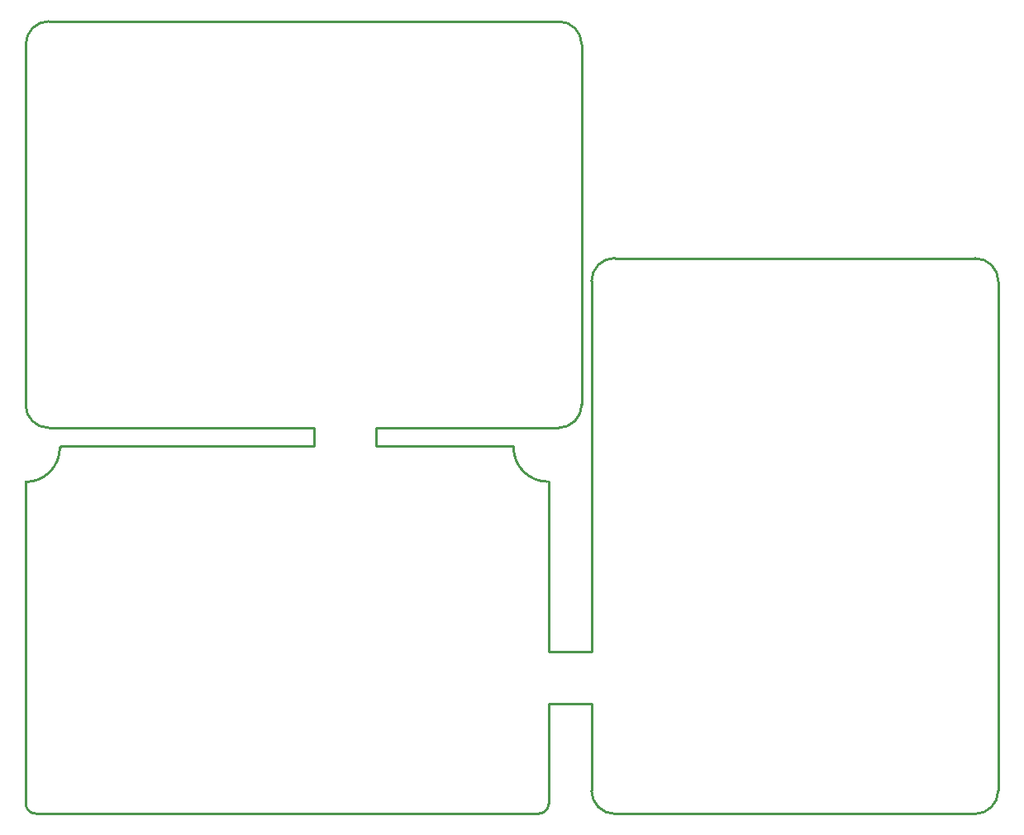
<source format=gbr>
%TF.GenerationSoftware,Altium Limited,Altium Designer,20.1.12 (249)*%
G04 Layer_Color=16711935*
%FSLAX26Y26*%
%MOIN*%
%TF.SameCoordinates,9E99BA8B-9897-4C81-AE0E-6E9FF3DC4262*%
%TF.FilePolarity,Positive*%
%TF.FileFunction,Other,Mechanical_1*%
%TF.Part,Single*%
G01*
G75*
%TA.AperFunction,NonConductor*%
%ADD20C,0.010000*%
%ADD30C,0.009842*%
D20*
X2380510Y2246968D02*
G03*
X2287343Y2153801I0J-93167D01*
G01*
X3834411Y4046D02*
G03*
X3927578Y97213I0J93167D01*
G01*
X3927813Y2153468D02*
G03*
X3834992Y2246288I-92821J0D01*
G01*
X2287555Y97234D02*
G03*
X2380722Y4067I93167J0D01*
G01*
X2154734Y1562161D02*
G03*
X2247901Y1655329I0J93167D01*
G01*
X98501Y3202419D02*
G03*
X5680Y3109599I0J-92821D01*
G01*
X5975Y44370D02*
G03*
X45345Y5000I39370J0D01*
G01*
X2074873D02*
G03*
X2114243Y44370I0J39370D01*
G01*
X1973044Y1482591D02*
G03*
X2110839Y1344796I137795J0D01*
G01*
X5000Y1343504D02*
G03*
X142795Y1481299I-0J137795D01*
G01*
X2247923Y3109017D02*
G03*
X2154756Y3202184I-93167J0D01*
G01*
X5000Y1655116D02*
G03*
X98167Y1561949I93167J0D01*
G01*
X2287401Y2153801D02*
X2287402Y657480D01*
X2380510Y2246865D02*
X3834992Y2246508D01*
X3927253Y97213D02*
X3927566Y2153468D01*
X2380722Y3849D02*
X3834411Y3849D01*
X149331Y1488189D02*
X1169532D01*
X142795Y1481653D02*
X149331Y1488189D01*
X2248120Y1655329D02*
X2248120Y3109017D01*
X2114243Y657480D02*
X2114243Y1344796D01*
X5147Y1343504D02*
X6050Y44370D01*
X45345Y5078D02*
X2074873Y5000D01*
X98501Y3202172D02*
X2154756Y3201859D01*
X5104Y1655116D02*
X5461Y3109599D01*
X98167Y1562008D02*
X1169532Y1562008D01*
D30*
X2287401Y449970D02*
X2287402Y97234D01*
X2114173Y657480D02*
X2286417D01*
X1169532Y1488189D02*
Y1562008D01*
X1417169Y1488189D02*
X1946850D01*
X1972742Y1482892D02*
Y1487887D01*
X1972441Y1488189D02*
X1973044Y1487586D01*
X1946850Y1488189D02*
X1972441D01*
X1417169Y1489020D02*
Y1562008D01*
X2154734Y1562008D01*
X2114173Y44440D02*
Y449970D01*
X2286417D01*
%TF.MD5,b07d5948403e57e1739db412c1deb795*%
M02*

</source>
